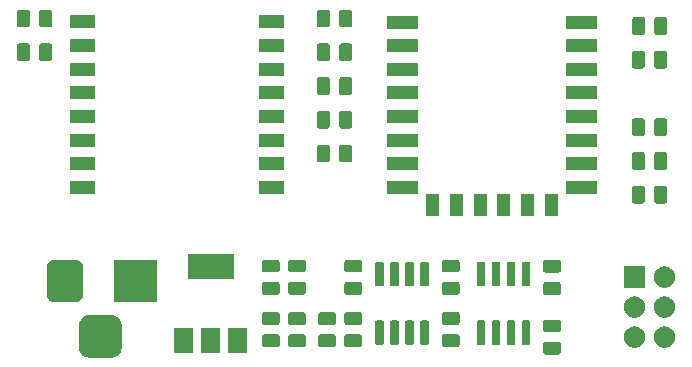
<source format=gts>
G04 #@! TF.GenerationSoftware,KiCad,Pcbnew,5.1.6-c6e7f7d~86~ubuntu19.10.1*
G04 #@! TF.CreationDate,2020-05-26T12:51:18-04:00*
G04 #@! TF.ProjectId,emmon,656d6d6f-6e2e-46b6-9963-61645f706362,rev?*
G04 #@! TF.SameCoordinates,Original*
G04 #@! TF.FileFunction,Soldermask,Top*
G04 #@! TF.FilePolarity,Negative*
%FSLAX46Y46*%
G04 Gerber Fmt 4.6, Leading zero omitted, Abs format (unit mm)*
G04 Created by KiCad (PCBNEW 5.1.6-c6e7f7d~86~ubuntu19.10.1) date 2020-05-26 12:51:18*
%MOMM*%
%LPD*%
G01*
G04 APERTURE LIST*
%ADD10C,0.100000*%
G04 APERTURE END LIST*
D10*
G36*
X100678866Y-113723195D02*
G01*
X100835960Y-113770849D01*
X100980731Y-113848231D01*
X101107628Y-113952372D01*
X101211769Y-114079269D01*
X101289151Y-114224040D01*
X101336805Y-114381134D01*
X101353500Y-114550640D01*
X101353500Y-116464360D01*
X101336805Y-116633866D01*
X101289151Y-116790960D01*
X101211769Y-116935731D01*
X101107628Y-117062628D01*
X100980731Y-117166769D01*
X100835960Y-117244151D01*
X100678866Y-117291805D01*
X100509360Y-117308500D01*
X98595640Y-117308500D01*
X98426134Y-117291805D01*
X98269040Y-117244151D01*
X98124269Y-117166769D01*
X97997372Y-117062628D01*
X97893231Y-116935731D01*
X97815849Y-116790960D01*
X97768195Y-116633866D01*
X97751500Y-116464360D01*
X97751500Y-114550640D01*
X97768195Y-114381134D01*
X97815849Y-114224040D01*
X97893231Y-114079269D01*
X97997372Y-113952372D01*
X98124269Y-113848231D01*
X98269040Y-113770849D01*
X98426134Y-113723195D01*
X98595640Y-113706500D01*
X100509360Y-113706500D01*
X100678866Y-113723195D01*
G37*
G36*
X138379468Y-115973565D02*
G01*
X138418138Y-115985296D01*
X138453777Y-116004346D01*
X138485017Y-116029983D01*
X138510654Y-116061223D01*
X138529704Y-116096862D01*
X138541435Y-116135532D01*
X138546000Y-116181888D01*
X138546000Y-116833112D01*
X138541435Y-116879468D01*
X138529704Y-116918138D01*
X138510654Y-116953777D01*
X138485017Y-116985017D01*
X138453777Y-117010654D01*
X138418138Y-117029704D01*
X138379468Y-117041435D01*
X138333112Y-117046000D01*
X137256888Y-117046000D01*
X137210532Y-117041435D01*
X137171862Y-117029704D01*
X137136223Y-117010654D01*
X137104983Y-116985017D01*
X137079346Y-116953777D01*
X137060296Y-116918138D01*
X137048565Y-116879468D01*
X137044000Y-116833112D01*
X137044000Y-116181888D01*
X137048565Y-116135532D01*
X137060296Y-116096862D01*
X137079346Y-116061223D01*
X137104983Y-116029983D01*
X137136223Y-116004346D01*
X137171862Y-115985296D01*
X137210532Y-115973565D01*
X137256888Y-115969000D01*
X138333112Y-115969000D01*
X138379468Y-115973565D01*
G37*
G36*
X109703500Y-116913500D02*
G01*
X108101500Y-116913500D01*
X108101500Y-114811500D01*
X109703500Y-114811500D01*
X109703500Y-116913500D01*
G37*
G36*
X107403500Y-116913500D02*
G01*
X105801500Y-116913500D01*
X105801500Y-114811500D01*
X107403500Y-114811500D01*
X107403500Y-116913500D01*
G37*
G36*
X112003500Y-116913500D02*
G01*
X110401500Y-116913500D01*
X110401500Y-114811500D01*
X112003500Y-114811500D01*
X112003500Y-116913500D01*
G37*
G36*
X147433512Y-114673927D02*
G01*
X147582812Y-114703624D01*
X147746784Y-114771544D01*
X147894354Y-114870147D01*
X148019853Y-114995646D01*
X148118456Y-115143216D01*
X148186376Y-115307188D01*
X148221000Y-115481259D01*
X148221000Y-115658741D01*
X148186376Y-115832812D01*
X148118456Y-115996784D01*
X148019853Y-116144354D01*
X147894354Y-116269853D01*
X147746784Y-116368456D01*
X147582812Y-116436376D01*
X147442123Y-116464360D01*
X147408742Y-116471000D01*
X147231258Y-116471000D01*
X147197877Y-116464360D01*
X147057188Y-116436376D01*
X146893216Y-116368456D01*
X146745646Y-116269853D01*
X146620147Y-116144354D01*
X146521544Y-115996784D01*
X146453624Y-115832812D01*
X146419000Y-115658741D01*
X146419000Y-115481259D01*
X146453624Y-115307188D01*
X146521544Y-115143216D01*
X146620147Y-114995646D01*
X146745646Y-114870147D01*
X146893216Y-114771544D01*
X147057188Y-114703624D01*
X147206488Y-114673927D01*
X147231258Y-114669000D01*
X147408742Y-114669000D01*
X147433512Y-114673927D01*
G37*
G36*
X144893512Y-114673927D02*
G01*
X145042812Y-114703624D01*
X145206784Y-114771544D01*
X145354354Y-114870147D01*
X145479853Y-114995646D01*
X145578456Y-115143216D01*
X145646376Y-115307188D01*
X145681000Y-115481259D01*
X145681000Y-115658741D01*
X145646376Y-115832812D01*
X145578456Y-115996784D01*
X145479853Y-116144354D01*
X145354354Y-116269853D01*
X145206784Y-116368456D01*
X145042812Y-116436376D01*
X144902123Y-116464360D01*
X144868742Y-116471000D01*
X144691258Y-116471000D01*
X144657877Y-116464360D01*
X144517188Y-116436376D01*
X144353216Y-116368456D01*
X144205646Y-116269853D01*
X144080147Y-116144354D01*
X143981544Y-115996784D01*
X143913624Y-115832812D01*
X143879000Y-115658741D01*
X143879000Y-115481259D01*
X143913624Y-115307188D01*
X143981544Y-115143216D01*
X144080147Y-114995646D01*
X144205646Y-114870147D01*
X144353216Y-114771544D01*
X144517188Y-114703624D01*
X144666488Y-114673927D01*
X144691258Y-114669000D01*
X144868742Y-114669000D01*
X144893512Y-114673927D01*
G37*
G36*
X119329468Y-115338565D02*
G01*
X119368138Y-115350296D01*
X119403777Y-115369346D01*
X119435017Y-115394983D01*
X119460654Y-115426223D01*
X119479704Y-115461862D01*
X119491435Y-115500532D01*
X119496000Y-115546888D01*
X119496000Y-116198112D01*
X119491435Y-116244468D01*
X119479704Y-116283138D01*
X119460654Y-116318777D01*
X119435017Y-116350017D01*
X119403777Y-116375654D01*
X119368138Y-116394704D01*
X119329468Y-116406435D01*
X119283112Y-116411000D01*
X118206888Y-116411000D01*
X118160532Y-116406435D01*
X118121862Y-116394704D01*
X118086223Y-116375654D01*
X118054983Y-116350017D01*
X118029346Y-116318777D01*
X118010296Y-116283138D01*
X117998565Y-116244468D01*
X117994000Y-116198112D01*
X117994000Y-115546888D01*
X117998565Y-115500532D01*
X118010296Y-115461862D01*
X118029346Y-115426223D01*
X118054983Y-115394983D01*
X118086223Y-115369346D01*
X118121862Y-115350296D01*
X118160532Y-115338565D01*
X118206888Y-115334000D01*
X119283112Y-115334000D01*
X119329468Y-115338565D01*
G37*
G36*
X116789468Y-115338565D02*
G01*
X116828138Y-115350296D01*
X116863777Y-115369346D01*
X116895017Y-115394983D01*
X116920654Y-115426223D01*
X116939704Y-115461862D01*
X116951435Y-115500532D01*
X116956000Y-115546888D01*
X116956000Y-116198112D01*
X116951435Y-116244468D01*
X116939704Y-116283138D01*
X116920654Y-116318777D01*
X116895017Y-116350017D01*
X116863777Y-116375654D01*
X116828138Y-116394704D01*
X116789468Y-116406435D01*
X116743112Y-116411000D01*
X115666888Y-116411000D01*
X115620532Y-116406435D01*
X115581862Y-116394704D01*
X115546223Y-116375654D01*
X115514983Y-116350017D01*
X115489346Y-116318777D01*
X115470296Y-116283138D01*
X115458565Y-116244468D01*
X115454000Y-116198112D01*
X115454000Y-115546888D01*
X115458565Y-115500532D01*
X115470296Y-115461862D01*
X115489346Y-115426223D01*
X115514983Y-115394983D01*
X115546223Y-115369346D01*
X115581862Y-115350296D01*
X115620532Y-115338565D01*
X115666888Y-115334000D01*
X116743112Y-115334000D01*
X116789468Y-115338565D01*
G37*
G36*
X114566968Y-115338565D02*
G01*
X114605638Y-115350296D01*
X114641277Y-115369346D01*
X114672517Y-115394983D01*
X114698154Y-115426223D01*
X114717204Y-115461862D01*
X114728935Y-115500532D01*
X114733500Y-115546888D01*
X114733500Y-116198112D01*
X114728935Y-116244468D01*
X114717204Y-116283138D01*
X114698154Y-116318777D01*
X114672517Y-116350017D01*
X114641277Y-116375654D01*
X114605638Y-116394704D01*
X114566968Y-116406435D01*
X114520612Y-116411000D01*
X113444388Y-116411000D01*
X113398032Y-116406435D01*
X113359362Y-116394704D01*
X113323723Y-116375654D01*
X113292483Y-116350017D01*
X113266846Y-116318777D01*
X113247796Y-116283138D01*
X113236065Y-116244468D01*
X113231500Y-116198112D01*
X113231500Y-115546888D01*
X113236065Y-115500532D01*
X113247796Y-115461862D01*
X113266846Y-115426223D01*
X113292483Y-115394983D01*
X113323723Y-115369346D01*
X113359362Y-115350296D01*
X113398032Y-115338565D01*
X113444388Y-115334000D01*
X114520612Y-115334000D01*
X114566968Y-115338565D01*
G37*
G36*
X121551968Y-115338565D02*
G01*
X121590638Y-115350296D01*
X121626277Y-115369346D01*
X121657517Y-115394983D01*
X121683154Y-115426223D01*
X121702204Y-115461862D01*
X121713935Y-115500532D01*
X121718500Y-115546888D01*
X121718500Y-116198112D01*
X121713935Y-116244468D01*
X121702204Y-116283138D01*
X121683154Y-116318777D01*
X121657517Y-116350017D01*
X121626277Y-116375654D01*
X121590638Y-116394704D01*
X121551968Y-116406435D01*
X121505612Y-116411000D01*
X120429388Y-116411000D01*
X120383032Y-116406435D01*
X120344362Y-116394704D01*
X120308723Y-116375654D01*
X120277483Y-116350017D01*
X120251846Y-116318777D01*
X120232796Y-116283138D01*
X120221065Y-116244468D01*
X120216500Y-116198112D01*
X120216500Y-115546888D01*
X120221065Y-115500532D01*
X120232796Y-115461862D01*
X120251846Y-115426223D01*
X120277483Y-115394983D01*
X120308723Y-115369346D01*
X120344362Y-115350296D01*
X120383032Y-115338565D01*
X120429388Y-115334000D01*
X121505612Y-115334000D01*
X121551968Y-115338565D01*
G37*
G36*
X129806968Y-115323565D02*
G01*
X129845638Y-115335296D01*
X129881277Y-115354346D01*
X129912517Y-115379983D01*
X129938154Y-115411223D01*
X129957204Y-115446862D01*
X129968935Y-115485532D01*
X129973500Y-115531888D01*
X129973500Y-116183112D01*
X129968935Y-116229468D01*
X129957204Y-116268138D01*
X129938154Y-116303777D01*
X129912517Y-116335017D01*
X129881277Y-116360654D01*
X129845638Y-116379704D01*
X129806968Y-116391435D01*
X129760612Y-116396000D01*
X128684388Y-116396000D01*
X128638032Y-116391435D01*
X128599362Y-116379704D01*
X128563723Y-116360654D01*
X128532483Y-116335017D01*
X128506846Y-116303777D01*
X128487796Y-116268138D01*
X128476065Y-116229468D01*
X128471500Y-116183112D01*
X128471500Y-115531888D01*
X128476065Y-115485532D01*
X128487796Y-115446862D01*
X128506846Y-115411223D01*
X128532483Y-115379983D01*
X128563723Y-115354346D01*
X128599362Y-115335296D01*
X128638032Y-115323565D01*
X128684388Y-115319000D01*
X129760612Y-115319000D01*
X129806968Y-115323565D01*
G37*
G36*
X132022428Y-114164264D02*
G01*
X132043509Y-114170660D01*
X132062945Y-114181048D01*
X132079976Y-114195024D01*
X132093952Y-114212055D01*
X132104340Y-114231491D01*
X132110736Y-114252572D01*
X132113500Y-114280640D01*
X132113500Y-116094360D01*
X132110736Y-116122428D01*
X132104340Y-116143509D01*
X132093952Y-116162945D01*
X132079976Y-116179976D01*
X132062945Y-116193952D01*
X132043509Y-116204340D01*
X132022428Y-116210736D01*
X131994360Y-116213500D01*
X131530640Y-116213500D01*
X131502572Y-116210736D01*
X131481491Y-116204340D01*
X131462055Y-116193952D01*
X131445024Y-116179976D01*
X131431048Y-116162945D01*
X131420660Y-116143509D01*
X131414264Y-116122428D01*
X131411500Y-116094360D01*
X131411500Y-114280640D01*
X131414264Y-114252572D01*
X131420660Y-114231491D01*
X131431048Y-114212055D01*
X131445024Y-114195024D01*
X131462055Y-114181048D01*
X131481491Y-114170660D01*
X131502572Y-114164264D01*
X131530640Y-114161500D01*
X131994360Y-114161500D01*
X132022428Y-114164264D01*
G37*
G36*
X127259928Y-114164264D02*
G01*
X127281009Y-114170660D01*
X127300445Y-114181048D01*
X127317476Y-114195024D01*
X127331452Y-114212055D01*
X127341840Y-114231491D01*
X127348236Y-114252572D01*
X127351000Y-114280640D01*
X127351000Y-116094360D01*
X127348236Y-116122428D01*
X127341840Y-116143509D01*
X127331452Y-116162945D01*
X127317476Y-116179976D01*
X127300445Y-116193952D01*
X127281009Y-116204340D01*
X127259928Y-116210736D01*
X127231860Y-116213500D01*
X126768140Y-116213500D01*
X126740072Y-116210736D01*
X126718991Y-116204340D01*
X126699555Y-116193952D01*
X126682524Y-116179976D01*
X126668548Y-116162945D01*
X126658160Y-116143509D01*
X126651764Y-116122428D01*
X126649000Y-116094360D01*
X126649000Y-114280640D01*
X126651764Y-114252572D01*
X126658160Y-114231491D01*
X126668548Y-114212055D01*
X126682524Y-114195024D01*
X126699555Y-114181048D01*
X126718991Y-114170660D01*
X126740072Y-114164264D01*
X126768140Y-114161500D01*
X127231860Y-114161500D01*
X127259928Y-114164264D01*
G37*
G36*
X125989928Y-114164264D02*
G01*
X126011009Y-114170660D01*
X126030445Y-114181048D01*
X126047476Y-114195024D01*
X126061452Y-114212055D01*
X126071840Y-114231491D01*
X126078236Y-114252572D01*
X126081000Y-114280640D01*
X126081000Y-116094360D01*
X126078236Y-116122428D01*
X126071840Y-116143509D01*
X126061452Y-116162945D01*
X126047476Y-116179976D01*
X126030445Y-116193952D01*
X126011009Y-116204340D01*
X125989928Y-116210736D01*
X125961860Y-116213500D01*
X125498140Y-116213500D01*
X125470072Y-116210736D01*
X125448991Y-116204340D01*
X125429555Y-116193952D01*
X125412524Y-116179976D01*
X125398548Y-116162945D01*
X125388160Y-116143509D01*
X125381764Y-116122428D01*
X125379000Y-116094360D01*
X125379000Y-114280640D01*
X125381764Y-114252572D01*
X125388160Y-114231491D01*
X125398548Y-114212055D01*
X125412524Y-114195024D01*
X125429555Y-114181048D01*
X125448991Y-114170660D01*
X125470072Y-114164264D01*
X125498140Y-114161500D01*
X125961860Y-114161500D01*
X125989928Y-114164264D01*
G37*
G36*
X124719928Y-114164264D02*
G01*
X124741009Y-114170660D01*
X124760445Y-114181048D01*
X124777476Y-114195024D01*
X124791452Y-114212055D01*
X124801840Y-114231491D01*
X124808236Y-114252572D01*
X124811000Y-114280640D01*
X124811000Y-116094360D01*
X124808236Y-116122428D01*
X124801840Y-116143509D01*
X124791452Y-116162945D01*
X124777476Y-116179976D01*
X124760445Y-116193952D01*
X124741009Y-116204340D01*
X124719928Y-116210736D01*
X124691860Y-116213500D01*
X124228140Y-116213500D01*
X124200072Y-116210736D01*
X124178991Y-116204340D01*
X124159555Y-116193952D01*
X124142524Y-116179976D01*
X124128548Y-116162945D01*
X124118160Y-116143509D01*
X124111764Y-116122428D01*
X124109000Y-116094360D01*
X124109000Y-114280640D01*
X124111764Y-114252572D01*
X124118160Y-114231491D01*
X124128548Y-114212055D01*
X124142524Y-114195024D01*
X124159555Y-114181048D01*
X124178991Y-114170660D01*
X124200072Y-114164264D01*
X124228140Y-114161500D01*
X124691860Y-114161500D01*
X124719928Y-114164264D01*
G37*
G36*
X123449928Y-114164264D02*
G01*
X123471009Y-114170660D01*
X123490445Y-114181048D01*
X123507476Y-114195024D01*
X123521452Y-114212055D01*
X123531840Y-114231491D01*
X123538236Y-114252572D01*
X123541000Y-114280640D01*
X123541000Y-116094360D01*
X123538236Y-116122428D01*
X123531840Y-116143509D01*
X123521452Y-116162945D01*
X123507476Y-116179976D01*
X123490445Y-116193952D01*
X123471009Y-116204340D01*
X123449928Y-116210736D01*
X123421860Y-116213500D01*
X122958140Y-116213500D01*
X122930072Y-116210736D01*
X122908991Y-116204340D01*
X122889555Y-116193952D01*
X122872524Y-116179976D01*
X122858548Y-116162945D01*
X122848160Y-116143509D01*
X122841764Y-116122428D01*
X122839000Y-116094360D01*
X122839000Y-114280640D01*
X122841764Y-114252572D01*
X122848160Y-114231491D01*
X122858548Y-114212055D01*
X122872524Y-114195024D01*
X122889555Y-114181048D01*
X122908991Y-114170660D01*
X122930072Y-114164264D01*
X122958140Y-114161500D01*
X123421860Y-114161500D01*
X123449928Y-114164264D01*
G37*
G36*
X135832428Y-114164264D02*
G01*
X135853509Y-114170660D01*
X135872945Y-114181048D01*
X135889976Y-114195024D01*
X135903952Y-114212055D01*
X135914340Y-114231491D01*
X135920736Y-114252572D01*
X135923500Y-114280640D01*
X135923500Y-116094360D01*
X135920736Y-116122428D01*
X135914340Y-116143509D01*
X135903952Y-116162945D01*
X135889976Y-116179976D01*
X135872945Y-116193952D01*
X135853509Y-116204340D01*
X135832428Y-116210736D01*
X135804360Y-116213500D01*
X135340640Y-116213500D01*
X135312572Y-116210736D01*
X135291491Y-116204340D01*
X135272055Y-116193952D01*
X135255024Y-116179976D01*
X135241048Y-116162945D01*
X135230660Y-116143509D01*
X135224264Y-116122428D01*
X135221500Y-116094360D01*
X135221500Y-114280640D01*
X135224264Y-114252572D01*
X135230660Y-114231491D01*
X135241048Y-114212055D01*
X135255024Y-114195024D01*
X135272055Y-114181048D01*
X135291491Y-114170660D01*
X135312572Y-114164264D01*
X135340640Y-114161500D01*
X135804360Y-114161500D01*
X135832428Y-114164264D01*
G37*
G36*
X133292428Y-114164264D02*
G01*
X133313509Y-114170660D01*
X133332945Y-114181048D01*
X133349976Y-114195024D01*
X133363952Y-114212055D01*
X133374340Y-114231491D01*
X133380736Y-114252572D01*
X133383500Y-114280640D01*
X133383500Y-116094360D01*
X133380736Y-116122428D01*
X133374340Y-116143509D01*
X133363952Y-116162945D01*
X133349976Y-116179976D01*
X133332945Y-116193952D01*
X133313509Y-116204340D01*
X133292428Y-116210736D01*
X133264360Y-116213500D01*
X132800640Y-116213500D01*
X132772572Y-116210736D01*
X132751491Y-116204340D01*
X132732055Y-116193952D01*
X132715024Y-116179976D01*
X132701048Y-116162945D01*
X132690660Y-116143509D01*
X132684264Y-116122428D01*
X132681500Y-116094360D01*
X132681500Y-114280640D01*
X132684264Y-114252572D01*
X132690660Y-114231491D01*
X132701048Y-114212055D01*
X132715024Y-114195024D01*
X132732055Y-114181048D01*
X132751491Y-114170660D01*
X132772572Y-114164264D01*
X132800640Y-114161500D01*
X133264360Y-114161500D01*
X133292428Y-114164264D01*
G37*
G36*
X134562428Y-114164264D02*
G01*
X134583509Y-114170660D01*
X134602945Y-114181048D01*
X134619976Y-114195024D01*
X134633952Y-114212055D01*
X134644340Y-114231491D01*
X134650736Y-114252572D01*
X134653500Y-114280640D01*
X134653500Y-116094360D01*
X134650736Y-116122428D01*
X134644340Y-116143509D01*
X134633952Y-116162945D01*
X134619976Y-116179976D01*
X134602945Y-116193952D01*
X134583509Y-116204340D01*
X134562428Y-116210736D01*
X134534360Y-116213500D01*
X134070640Y-116213500D01*
X134042572Y-116210736D01*
X134021491Y-116204340D01*
X134002055Y-116193952D01*
X133985024Y-116179976D01*
X133971048Y-116162945D01*
X133960660Y-116143509D01*
X133954264Y-116122428D01*
X133951500Y-116094360D01*
X133951500Y-114280640D01*
X133954264Y-114252572D01*
X133960660Y-114231491D01*
X133971048Y-114212055D01*
X133985024Y-114195024D01*
X134002055Y-114181048D01*
X134021491Y-114170660D01*
X134042572Y-114164264D01*
X134070640Y-114161500D01*
X134534360Y-114161500D01*
X134562428Y-114164264D01*
G37*
G36*
X138379468Y-114098565D02*
G01*
X138418138Y-114110296D01*
X138453777Y-114129346D01*
X138485017Y-114154983D01*
X138510654Y-114186223D01*
X138529704Y-114221862D01*
X138541435Y-114260532D01*
X138546000Y-114306888D01*
X138546000Y-114958112D01*
X138541435Y-115004468D01*
X138529704Y-115043138D01*
X138510654Y-115078777D01*
X138485017Y-115110017D01*
X138453777Y-115135654D01*
X138418138Y-115154704D01*
X138379468Y-115166435D01*
X138333112Y-115171000D01*
X137256888Y-115171000D01*
X137210532Y-115166435D01*
X137171862Y-115154704D01*
X137136223Y-115135654D01*
X137104983Y-115110017D01*
X137079346Y-115078777D01*
X137060296Y-115043138D01*
X137048565Y-115004468D01*
X137044000Y-114958112D01*
X137044000Y-114306888D01*
X137048565Y-114260532D01*
X137060296Y-114221862D01*
X137079346Y-114186223D01*
X137104983Y-114154983D01*
X137136223Y-114129346D01*
X137171862Y-114110296D01*
X137210532Y-114098565D01*
X137256888Y-114094000D01*
X138333112Y-114094000D01*
X138379468Y-114098565D01*
G37*
G36*
X114566968Y-113463565D02*
G01*
X114605638Y-113475296D01*
X114641277Y-113494346D01*
X114672517Y-113519983D01*
X114698154Y-113551223D01*
X114717204Y-113586862D01*
X114728935Y-113625532D01*
X114733500Y-113671888D01*
X114733500Y-114323112D01*
X114728935Y-114369468D01*
X114717204Y-114408138D01*
X114698154Y-114443777D01*
X114672517Y-114475017D01*
X114641277Y-114500654D01*
X114605638Y-114519704D01*
X114566968Y-114531435D01*
X114520612Y-114536000D01*
X113444388Y-114536000D01*
X113398032Y-114531435D01*
X113359362Y-114519704D01*
X113323723Y-114500654D01*
X113292483Y-114475017D01*
X113266846Y-114443777D01*
X113247796Y-114408138D01*
X113236065Y-114369468D01*
X113231500Y-114323112D01*
X113231500Y-113671888D01*
X113236065Y-113625532D01*
X113247796Y-113586862D01*
X113266846Y-113551223D01*
X113292483Y-113519983D01*
X113323723Y-113494346D01*
X113359362Y-113475296D01*
X113398032Y-113463565D01*
X113444388Y-113459000D01*
X114520612Y-113459000D01*
X114566968Y-113463565D01*
G37*
G36*
X116789468Y-113463565D02*
G01*
X116828138Y-113475296D01*
X116863777Y-113494346D01*
X116895017Y-113519983D01*
X116920654Y-113551223D01*
X116939704Y-113586862D01*
X116951435Y-113625532D01*
X116956000Y-113671888D01*
X116956000Y-114323112D01*
X116951435Y-114369468D01*
X116939704Y-114408138D01*
X116920654Y-114443777D01*
X116895017Y-114475017D01*
X116863777Y-114500654D01*
X116828138Y-114519704D01*
X116789468Y-114531435D01*
X116743112Y-114536000D01*
X115666888Y-114536000D01*
X115620532Y-114531435D01*
X115581862Y-114519704D01*
X115546223Y-114500654D01*
X115514983Y-114475017D01*
X115489346Y-114443777D01*
X115470296Y-114408138D01*
X115458565Y-114369468D01*
X115454000Y-114323112D01*
X115454000Y-113671888D01*
X115458565Y-113625532D01*
X115470296Y-113586862D01*
X115489346Y-113551223D01*
X115514983Y-113519983D01*
X115546223Y-113494346D01*
X115581862Y-113475296D01*
X115620532Y-113463565D01*
X115666888Y-113459000D01*
X116743112Y-113459000D01*
X116789468Y-113463565D01*
G37*
G36*
X119329468Y-113463565D02*
G01*
X119368138Y-113475296D01*
X119403777Y-113494346D01*
X119435017Y-113519983D01*
X119460654Y-113551223D01*
X119479704Y-113586862D01*
X119491435Y-113625532D01*
X119496000Y-113671888D01*
X119496000Y-114323112D01*
X119491435Y-114369468D01*
X119479704Y-114408138D01*
X119460654Y-114443777D01*
X119435017Y-114475017D01*
X119403777Y-114500654D01*
X119368138Y-114519704D01*
X119329468Y-114531435D01*
X119283112Y-114536000D01*
X118206888Y-114536000D01*
X118160532Y-114531435D01*
X118121862Y-114519704D01*
X118086223Y-114500654D01*
X118054983Y-114475017D01*
X118029346Y-114443777D01*
X118010296Y-114408138D01*
X117998565Y-114369468D01*
X117994000Y-114323112D01*
X117994000Y-113671888D01*
X117998565Y-113625532D01*
X118010296Y-113586862D01*
X118029346Y-113551223D01*
X118054983Y-113519983D01*
X118086223Y-113494346D01*
X118121862Y-113475296D01*
X118160532Y-113463565D01*
X118206888Y-113459000D01*
X119283112Y-113459000D01*
X119329468Y-113463565D01*
G37*
G36*
X121551968Y-113463565D02*
G01*
X121590638Y-113475296D01*
X121626277Y-113494346D01*
X121657517Y-113519983D01*
X121683154Y-113551223D01*
X121702204Y-113586862D01*
X121713935Y-113625532D01*
X121718500Y-113671888D01*
X121718500Y-114323112D01*
X121713935Y-114369468D01*
X121702204Y-114408138D01*
X121683154Y-114443777D01*
X121657517Y-114475017D01*
X121626277Y-114500654D01*
X121590638Y-114519704D01*
X121551968Y-114531435D01*
X121505612Y-114536000D01*
X120429388Y-114536000D01*
X120383032Y-114531435D01*
X120344362Y-114519704D01*
X120308723Y-114500654D01*
X120277483Y-114475017D01*
X120251846Y-114443777D01*
X120232796Y-114408138D01*
X120221065Y-114369468D01*
X120216500Y-114323112D01*
X120216500Y-113671888D01*
X120221065Y-113625532D01*
X120232796Y-113586862D01*
X120251846Y-113551223D01*
X120277483Y-113519983D01*
X120308723Y-113494346D01*
X120344362Y-113475296D01*
X120383032Y-113463565D01*
X120429388Y-113459000D01*
X121505612Y-113459000D01*
X121551968Y-113463565D01*
G37*
G36*
X129806968Y-113448565D02*
G01*
X129845638Y-113460296D01*
X129881277Y-113479346D01*
X129912517Y-113504983D01*
X129938154Y-113536223D01*
X129957204Y-113571862D01*
X129968935Y-113610532D01*
X129973500Y-113656888D01*
X129973500Y-114308112D01*
X129968935Y-114354468D01*
X129957204Y-114393138D01*
X129938154Y-114428777D01*
X129912517Y-114460017D01*
X129881277Y-114485654D01*
X129845638Y-114504704D01*
X129806968Y-114516435D01*
X129760612Y-114521000D01*
X128684388Y-114521000D01*
X128638032Y-114516435D01*
X128599362Y-114504704D01*
X128563723Y-114485654D01*
X128532483Y-114460017D01*
X128506846Y-114428777D01*
X128487796Y-114393138D01*
X128476065Y-114354468D01*
X128471500Y-114308112D01*
X128471500Y-113656888D01*
X128476065Y-113610532D01*
X128487796Y-113571862D01*
X128506846Y-113536223D01*
X128532483Y-113504983D01*
X128563723Y-113479346D01*
X128599362Y-113460296D01*
X128638032Y-113448565D01*
X128684388Y-113444000D01*
X129760612Y-113444000D01*
X129806968Y-113448565D01*
G37*
G36*
X144893512Y-112133927D02*
G01*
X145042812Y-112163624D01*
X145206784Y-112231544D01*
X145354354Y-112330147D01*
X145479853Y-112455646D01*
X145578456Y-112603216D01*
X145646376Y-112767188D01*
X145681000Y-112941259D01*
X145681000Y-113118741D01*
X145646376Y-113292812D01*
X145578456Y-113456784D01*
X145479853Y-113604354D01*
X145354354Y-113729853D01*
X145206784Y-113828456D01*
X145042812Y-113896376D01*
X144893512Y-113926073D01*
X144868742Y-113931000D01*
X144691258Y-113931000D01*
X144666488Y-113926073D01*
X144517188Y-113896376D01*
X144353216Y-113828456D01*
X144205646Y-113729853D01*
X144080147Y-113604354D01*
X143981544Y-113456784D01*
X143913624Y-113292812D01*
X143879000Y-113118741D01*
X143879000Y-112941259D01*
X143913624Y-112767188D01*
X143981544Y-112603216D01*
X144080147Y-112455646D01*
X144205646Y-112330147D01*
X144353216Y-112231544D01*
X144517188Y-112163624D01*
X144666488Y-112133927D01*
X144691258Y-112129000D01*
X144868742Y-112129000D01*
X144893512Y-112133927D01*
G37*
G36*
X147433512Y-112133927D02*
G01*
X147582812Y-112163624D01*
X147746784Y-112231544D01*
X147894354Y-112330147D01*
X148019853Y-112455646D01*
X148118456Y-112603216D01*
X148186376Y-112767188D01*
X148221000Y-112941259D01*
X148221000Y-113118741D01*
X148186376Y-113292812D01*
X148118456Y-113456784D01*
X148019853Y-113604354D01*
X147894354Y-113729853D01*
X147746784Y-113828456D01*
X147582812Y-113896376D01*
X147433512Y-113926073D01*
X147408742Y-113931000D01*
X147231258Y-113931000D01*
X147206488Y-113926073D01*
X147057188Y-113896376D01*
X146893216Y-113828456D01*
X146745646Y-113729853D01*
X146620147Y-113604354D01*
X146521544Y-113456784D01*
X146453624Y-113292812D01*
X146419000Y-113118741D01*
X146419000Y-112941259D01*
X146453624Y-112767188D01*
X146521544Y-112603216D01*
X146620147Y-112455646D01*
X146745646Y-112330147D01*
X146893216Y-112231544D01*
X147057188Y-112163624D01*
X147206488Y-112133927D01*
X147231258Y-112129000D01*
X147408742Y-112129000D01*
X147433512Y-112133927D01*
G37*
G36*
X104353500Y-112608500D02*
G01*
X100751500Y-112608500D01*
X100751500Y-109006500D01*
X104353500Y-109006500D01*
X104353500Y-112608500D01*
G37*
G36*
X97529479Y-109020793D02*
G01*
X97663125Y-109061334D01*
X97786284Y-109127164D01*
X97894240Y-109215760D01*
X97982836Y-109323716D01*
X98048666Y-109446875D01*
X98089207Y-109580521D01*
X98103500Y-109725640D01*
X98103500Y-111889360D01*
X98089207Y-112034479D01*
X98048666Y-112168125D01*
X97982836Y-112291284D01*
X97894240Y-112399240D01*
X97786284Y-112487836D01*
X97663125Y-112553666D01*
X97529479Y-112594207D01*
X97384360Y-112608500D01*
X95720640Y-112608500D01*
X95575521Y-112594207D01*
X95441875Y-112553666D01*
X95318716Y-112487836D01*
X95210760Y-112399240D01*
X95122164Y-112291284D01*
X95056334Y-112168125D01*
X95015793Y-112034479D01*
X95001500Y-111889360D01*
X95001500Y-109725640D01*
X95015793Y-109580521D01*
X95056334Y-109446875D01*
X95122164Y-109323716D01*
X95210760Y-109215760D01*
X95318716Y-109127164D01*
X95441875Y-109061334D01*
X95575521Y-109020793D01*
X95720640Y-109006500D01*
X97384360Y-109006500D01*
X97529479Y-109020793D01*
G37*
G36*
X138379468Y-110908565D02*
G01*
X138418138Y-110920296D01*
X138453777Y-110939346D01*
X138485017Y-110964983D01*
X138510654Y-110996223D01*
X138529704Y-111031862D01*
X138541435Y-111070532D01*
X138546000Y-111116888D01*
X138546000Y-111768112D01*
X138541435Y-111814468D01*
X138529704Y-111853138D01*
X138510654Y-111888777D01*
X138485017Y-111920017D01*
X138453777Y-111945654D01*
X138418138Y-111964704D01*
X138379468Y-111976435D01*
X138333112Y-111981000D01*
X137256888Y-111981000D01*
X137210532Y-111976435D01*
X137171862Y-111964704D01*
X137136223Y-111945654D01*
X137104983Y-111920017D01*
X137079346Y-111888777D01*
X137060296Y-111853138D01*
X137048565Y-111814468D01*
X137044000Y-111768112D01*
X137044000Y-111116888D01*
X137048565Y-111070532D01*
X137060296Y-111031862D01*
X137079346Y-110996223D01*
X137104983Y-110964983D01*
X137136223Y-110939346D01*
X137171862Y-110920296D01*
X137210532Y-110908565D01*
X137256888Y-110904000D01*
X138333112Y-110904000D01*
X138379468Y-110908565D01*
G37*
G36*
X129806968Y-110893565D02*
G01*
X129845638Y-110905296D01*
X129881277Y-110924346D01*
X129912517Y-110949983D01*
X129938154Y-110981223D01*
X129957204Y-111016862D01*
X129968935Y-111055532D01*
X129973500Y-111101888D01*
X129973500Y-111753112D01*
X129968935Y-111799468D01*
X129957204Y-111838138D01*
X129938154Y-111873777D01*
X129912517Y-111905017D01*
X129881277Y-111930654D01*
X129845638Y-111949704D01*
X129806968Y-111961435D01*
X129760612Y-111966000D01*
X128684388Y-111966000D01*
X128638032Y-111961435D01*
X128599362Y-111949704D01*
X128563723Y-111930654D01*
X128532483Y-111905017D01*
X128506846Y-111873777D01*
X128487796Y-111838138D01*
X128476065Y-111799468D01*
X128471500Y-111753112D01*
X128471500Y-111101888D01*
X128476065Y-111055532D01*
X128487796Y-111016862D01*
X128506846Y-110981223D01*
X128532483Y-110949983D01*
X128563723Y-110924346D01*
X128599362Y-110905296D01*
X128638032Y-110893565D01*
X128684388Y-110889000D01*
X129760612Y-110889000D01*
X129806968Y-110893565D01*
G37*
G36*
X114566968Y-110893565D02*
G01*
X114605638Y-110905296D01*
X114641277Y-110924346D01*
X114672517Y-110949983D01*
X114698154Y-110981223D01*
X114717204Y-111016862D01*
X114728935Y-111055532D01*
X114733500Y-111101888D01*
X114733500Y-111753112D01*
X114728935Y-111799468D01*
X114717204Y-111838138D01*
X114698154Y-111873777D01*
X114672517Y-111905017D01*
X114641277Y-111930654D01*
X114605638Y-111949704D01*
X114566968Y-111961435D01*
X114520612Y-111966000D01*
X113444388Y-111966000D01*
X113398032Y-111961435D01*
X113359362Y-111949704D01*
X113323723Y-111930654D01*
X113292483Y-111905017D01*
X113266846Y-111873777D01*
X113247796Y-111838138D01*
X113236065Y-111799468D01*
X113231500Y-111753112D01*
X113231500Y-111101888D01*
X113236065Y-111055532D01*
X113247796Y-111016862D01*
X113266846Y-110981223D01*
X113292483Y-110949983D01*
X113323723Y-110924346D01*
X113359362Y-110905296D01*
X113398032Y-110893565D01*
X113444388Y-110889000D01*
X114520612Y-110889000D01*
X114566968Y-110893565D01*
G37*
G36*
X121551968Y-110893565D02*
G01*
X121590638Y-110905296D01*
X121626277Y-110924346D01*
X121657517Y-110949983D01*
X121683154Y-110981223D01*
X121702204Y-111016862D01*
X121713935Y-111055532D01*
X121718500Y-111101888D01*
X121718500Y-111753112D01*
X121713935Y-111799468D01*
X121702204Y-111838138D01*
X121683154Y-111873777D01*
X121657517Y-111905017D01*
X121626277Y-111930654D01*
X121590638Y-111949704D01*
X121551968Y-111961435D01*
X121505612Y-111966000D01*
X120429388Y-111966000D01*
X120383032Y-111961435D01*
X120344362Y-111949704D01*
X120308723Y-111930654D01*
X120277483Y-111905017D01*
X120251846Y-111873777D01*
X120232796Y-111838138D01*
X120221065Y-111799468D01*
X120216500Y-111753112D01*
X120216500Y-111101888D01*
X120221065Y-111055532D01*
X120232796Y-111016862D01*
X120251846Y-110981223D01*
X120277483Y-110949983D01*
X120308723Y-110924346D01*
X120344362Y-110905296D01*
X120383032Y-110893565D01*
X120429388Y-110889000D01*
X121505612Y-110889000D01*
X121551968Y-110893565D01*
G37*
G36*
X116789468Y-110893565D02*
G01*
X116828138Y-110905296D01*
X116863777Y-110924346D01*
X116895017Y-110949983D01*
X116920654Y-110981223D01*
X116939704Y-111016862D01*
X116951435Y-111055532D01*
X116956000Y-111101888D01*
X116956000Y-111753112D01*
X116951435Y-111799468D01*
X116939704Y-111838138D01*
X116920654Y-111873777D01*
X116895017Y-111905017D01*
X116863777Y-111930654D01*
X116828138Y-111949704D01*
X116789468Y-111961435D01*
X116743112Y-111966000D01*
X115666888Y-111966000D01*
X115620532Y-111961435D01*
X115581862Y-111949704D01*
X115546223Y-111930654D01*
X115514983Y-111905017D01*
X115489346Y-111873777D01*
X115470296Y-111838138D01*
X115458565Y-111799468D01*
X115454000Y-111753112D01*
X115454000Y-111101888D01*
X115458565Y-111055532D01*
X115470296Y-111016862D01*
X115489346Y-110981223D01*
X115514983Y-110949983D01*
X115546223Y-110924346D01*
X115581862Y-110905296D01*
X115620532Y-110893565D01*
X115666888Y-110889000D01*
X116743112Y-110889000D01*
X116789468Y-110893565D01*
G37*
G36*
X145681000Y-111391000D02*
G01*
X143879000Y-111391000D01*
X143879000Y-109589000D01*
X145681000Y-109589000D01*
X145681000Y-111391000D01*
G37*
G36*
X147433512Y-109593927D02*
G01*
X147582812Y-109623624D01*
X147746784Y-109691544D01*
X147894354Y-109790147D01*
X148019853Y-109915646D01*
X148118456Y-110063216D01*
X148186376Y-110227188D01*
X148221000Y-110401259D01*
X148221000Y-110578741D01*
X148186376Y-110752812D01*
X148118456Y-110916784D01*
X148019853Y-111064354D01*
X147894354Y-111189853D01*
X147746784Y-111288456D01*
X147582812Y-111356376D01*
X147433512Y-111386073D01*
X147408742Y-111391000D01*
X147231258Y-111391000D01*
X147206488Y-111386073D01*
X147057188Y-111356376D01*
X146893216Y-111288456D01*
X146745646Y-111189853D01*
X146620147Y-111064354D01*
X146521544Y-110916784D01*
X146453624Y-110752812D01*
X146419000Y-110578741D01*
X146419000Y-110401259D01*
X146453624Y-110227188D01*
X146521544Y-110063216D01*
X146620147Y-109915646D01*
X146745646Y-109790147D01*
X146893216Y-109691544D01*
X147057188Y-109623624D01*
X147206488Y-109593927D01*
X147231258Y-109589000D01*
X147408742Y-109589000D01*
X147433512Y-109593927D01*
G37*
G36*
X132022428Y-109214264D02*
G01*
X132043509Y-109220660D01*
X132062945Y-109231048D01*
X132079976Y-109245024D01*
X132093952Y-109262055D01*
X132104340Y-109281491D01*
X132110736Y-109302572D01*
X132113500Y-109330640D01*
X132113500Y-111144360D01*
X132110736Y-111172428D01*
X132104340Y-111193509D01*
X132093952Y-111212945D01*
X132079976Y-111229976D01*
X132062945Y-111243952D01*
X132043509Y-111254340D01*
X132022428Y-111260736D01*
X131994360Y-111263500D01*
X131530640Y-111263500D01*
X131502572Y-111260736D01*
X131481491Y-111254340D01*
X131462055Y-111243952D01*
X131445024Y-111229976D01*
X131431048Y-111212945D01*
X131420660Y-111193509D01*
X131414264Y-111172428D01*
X131411500Y-111144360D01*
X131411500Y-109330640D01*
X131414264Y-109302572D01*
X131420660Y-109281491D01*
X131431048Y-109262055D01*
X131445024Y-109245024D01*
X131462055Y-109231048D01*
X131481491Y-109220660D01*
X131502572Y-109214264D01*
X131530640Y-109211500D01*
X131994360Y-109211500D01*
X132022428Y-109214264D01*
G37*
G36*
X123449928Y-109214264D02*
G01*
X123471009Y-109220660D01*
X123490445Y-109231048D01*
X123507476Y-109245024D01*
X123521452Y-109262055D01*
X123531840Y-109281491D01*
X123538236Y-109302572D01*
X123541000Y-109330640D01*
X123541000Y-111144360D01*
X123538236Y-111172428D01*
X123531840Y-111193509D01*
X123521452Y-111212945D01*
X123507476Y-111229976D01*
X123490445Y-111243952D01*
X123471009Y-111254340D01*
X123449928Y-111260736D01*
X123421860Y-111263500D01*
X122958140Y-111263500D01*
X122930072Y-111260736D01*
X122908991Y-111254340D01*
X122889555Y-111243952D01*
X122872524Y-111229976D01*
X122858548Y-111212945D01*
X122848160Y-111193509D01*
X122841764Y-111172428D01*
X122839000Y-111144360D01*
X122839000Y-109330640D01*
X122841764Y-109302572D01*
X122848160Y-109281491D01*
X122858548Y-109262055D01*
X122872524Y-109245024D01*
X122889555Y-109231048D01*
X122908991Y-109220660D01*
X122930072Y-109214264D01*
X122958140Y-109211500D01*
X123421860Y-109211500D01*
X123449928Y-109214264D01*
G37*
G36*
X124719928Y-109214264D02*
G01*
X124741009Y-109220660D01*
X124760445Y-109231048D01*
X124777476Y-109245024D01*
X124791452Y-109262055D01*
X124801840Y-109281491D01*
X124808236Y-109302572D01*
X124811000Y-109330640D01*
X124811000Y-111144360D01*
X124808236Y-111172428D01*
X124801840Y-111193509D01*
X124791452Y-111212945D01*
X124777476Y-111229976D01*
X124760445Y-111243952D01*
X124741009Y-111254340D01*
X124719928Y-111260736D01*
X124691860Y-111263500D01*
X124228140Y-111263500D01*
X124200072Y-111260736D01*
X124178991Y-111254340D01*
X124159555Y-111243952D01*
X124142524Y-111229976D01*
X124128548Y-111212945D01*
X124118160Y-111193509D01*
X124111764Y-111172428D01*
X124109000Y-111144360D01*
X124109000Y-109330640D01*
X124111764Y-109302572D01*
X124118160Y-109281491D01*
X124128548Y-109262055D01*
X124142524Y-109245024D01*
X124159555Y-109231048D01*
X124178991Y-109220660D01*
X124200072Y-109214264D01*
X124228140Y-109211500D01*
X124691860Y-109211500D01*
X124719928Y-109214264D01*
G37*
G36*
X125989928Y-109214264D02*
G01*
X126011009Y-109220660D01*
X126030445Y-109231048D01*
X126047476Y-109245024D01*
X126061452Y-109262055D01*
X126071840Y-109281491D01*
X126078236Y-109302572D01*
X126081000Y-109330640D01*
X126081000Y-111144360D01*
X126078236Y-111172428D01*
X126071840Y-111193509D01*
X126061452Y-111212945D01*
X126047476Y-111229976D01*
X126030445Y-111243952D01*
X126011009Y-111254340D01*
X125989928Y-111260736D01*
X125961860Y-111263500D01*
X125498140Y-111263500D01*
X125470072Y-111260736D01*
X125448991Y-111254340D01*
X125429555Y-111243952D01*
X125412524Y-111229976D01*
X125398548Y-111212945D01*
X125388160Y-111193509D01*
X125381764Y-111172428D01*
X125379000Y-111144360D01*
X125379000Y-109330640D01*
X125381764Y-109302572D01*
X125388160Y-109281491D01*
X125398548Y-109262055D01*
X125412524Y-109245024D01*
X125429555Y-109231048D01*
X125448991Y-109220660D01*
X125470072Y-109214264D01*
X125498140Y-109211500D01*
X125961860Y-109211500D01*
X125989928Y-109214264D01*
G37*
G36*
X127259928Y-109214264D02*
G01*
X127281009Y-109220660D01*
X127300445Y-109231048D01*
X127317476Y-109245024D01*
X127331452Y-109262055D01*
X127341840Y-109281491D01*
X127348236Y-109302572D01*
X127351000Y-109330640D01*
X127351000Y-111144360D01*
X127348236Y-111172428D01*
X127341840Y-111193509D01*
X127331452Y-111212945D01*
X127317476Y-111229976D01*
X127300445Y-111243952D01*
X127281009Y-111254340D01*
X127259928Y-111260736D01*
X127231860Y-111263500D01*
X126768140Y-111263500D01*
X126740072Y-111260736D01*
X126718991Y-111254340D01*
X126699555Y-111243952D01*
X126682524Y-111229976D01*
X126668548Y-111212945D01*
X126658160Y-111193509D01*
X126651764Y-111172428D01*
X126649000Y-111144360D01*
X126649000Y-109330640D01*
X126651764Y-109302572D01*
X126658160Y-109281491D01*
X126668548Y-109262055D01*
X126682524Y-109245024D01*
X126699555Y-109231048D01*
X126718991Y-109220660D01*
X126740072Y-109214264D01*
X126768140Y-109211500D01*
X127231860Y-109211500D01*
X127259928Y-109214264D01*
G37*
G36*
X133292428Y-109214264D02*
G01*
X133313509Y-109220660D01*
X133332945Y-109231048D01*
X133349976Y-109245024D01*
X133363952Y-109262055D01*
X133374340Y-109281491D01*
X133380736Y-109302572D01*
X133383500Y-109330640D01*
X133383500Y-111144360D01*
X133380736Y-111172428D01*
X133374340Y-111193509D01*
X133363952Y-111212945D01*
X133349976Y-111229976D01*
X133332945Y-111243952D01*
X133313509Y-111254340D01*
X133292428Y-111260736D01*
X133264360Y-111263500D01*
X132800640Y-111263500D01*
X132772572Y-111260736D01*
X132751491Y-111254340D01*
X132732055Y-111243952D01*
X132715024Y-111229976D01*
X132701048Y-111212945D01*
X132690660Y-111193509D01*
X132684264Y-111172428D01*
X132681500Y-111144360D01*
X132681500Y-109330640D01*
X132684264Y-109302572D01*
X132690660Y-109281491D01*
X132701048Y-109262055D01*
X132715024Y-109245024D01*
X132732055Y-109231048D01*
X132751491Y-109220660D01*
X132772572Y-109214264D01*
X132800640Y-109211500D01*
X133264360Y-109211500D01*
X133292428Y-109214264D01*
G37*
G36*
X134562428Y-109214264D02*
G01*
X134583509Y-109220660D01*
X134602945Y-109231048D01*
X134619976Y-109245024D01*
X134633952Y-109262055D01*
X134644340Y-109281491D01*
X134650736Y-109302572D01*
X134653500Y-109330640D01*
X134653500Y-111144360D01*
X134650736Y-111172428D01*
X134644340Y-111193509D01*
X134633952Y-111212945D01*
X134619976Y-111229976D01*
X134602945Y-111243952D01*
X134583509Y-111254340D01*
X134562428Y-111260736D01*
X134534360Y-111263500D01*
X134070640Y-111263500D01*
X134042572Y-111260736D01*
X134021491Y-111254340D01*
X134002055Y-111243952D01*
X133985024Y-111229976D01*
X133971048Y-111212945D01*
X133960660Y-111193509D01*
X133954264Y-111172428D01*
X133951500Y-111144360D01*
X133951500Y-109330640D01*
X133954264Y-109302572D01*
X133960660Y-109281491D01*
X133971048Y-109262055D01*
X133985024Y-109245024D01*
X134002055Y-109231048D01*
X134021491Y-109220660D01*
X134042572Y-109214264D01*
X134070640Y-109211500D01*
X134534360Y-109211500D01*
X134562428Y-109214264D01*
G37*
G36*
X135832428Y-109214264D02*
G01*
X135853509Y-109220660D01*
X135872945Y-109231048D01*
X135889976Y-109245024D01*
X135903952Y-109262055D01*
X135914340Y-109281491D01*
X135920736Y-109302572D01*
X135923500Y-109330640D01*
X135923500Y-111144360D01*
X135920736Y-111172428D01*
X135914340Y-111193509D01*
X135903952Y-111212945D01*
X135889976Y-111229976D01*
X135872945Y-111243952D01*
X135853509Y-111254340D01*
X135832428Y-111260736D01*
X135804360Y-111263500D01*
X135340640Y-111263500D01*
X135312572Y-111260736D01*
X135291491Y-111254340D01*
X135272055Y-111243952D01*
X135255024Y-111229976D01*
X135241048Y-111212945D01*
X135230660Y-111193509D01*
X135224264Y-111172428D01*
X135221500Y-111144360D01*
X135221500Y-109330640D01*
X135224264Y-109302572D01*
X135230660Y-109281491D01*
X135241048Y-109262055D01*
X135255024Y-109245024D01*
X135272055Y-109231048D01*
X135291491Y-109220660D01*
X135312572Y-109214264D01*
X135340640Y-109211500D01*
X135804360Y-109211500D01*
X135832428Y-109214264D01*
G37*
G36*
X110853500Y-110613500D02*
G01*
X106951500Y-110613500D01*
X106951500Y-108511500D01*
X110853500Y-108511500D01*
X110853500Y-110613500D01*
G37*
G36*
X138379468Y-109033565D02*
G01*
X138418138Y-109045296D01*
X138453777Y-109064346D01*
X138485017Y-109089983D01*
X138510654Y-109121223D01*
X138529704Y-109156862D01*
X138541435Y-109195532D01*
X138546000Y-109241888D01*
X138546000Y-109893112D01*
X138541435Y-109939468D01*
X138529704Y-109978138D01*
X138510654Y-110013777D01*
X138485017Y-110045017D01*
X138453777Y-110070654D01*
X138418138Y-110089704D01*
X138379468Y-110101435D01*
X138333112Y-110106000D01*
X137256888Y-110106000D01*
X137210532Y-110101435D01*
X137171862Y-110089704D01*
X137136223Y-110070654D01*
X137104983Y-110045017D01*
X137079346Y-110013777D01*
X137060296Y-109978138D01*
X137048565Y-109939468D01*
X137044000Y-109893112D01*
X137044000Y-109241888D01*
X137048565Y-109195532D01*
X137060296Y-109156862D01*
X137079346Y-109121223D01*
X137104983Y-109089983D01*
X137136223Y-109064346D01*
X137171862Y-109045296D01*
X137210532Y-109033565D01*
X137256888Y-109029000D01*
X138333112Y-109029000D01*
X138379468Y-109033565D01*
G37*
G36*
X114566968Y-109018565D02*
G01*
X114605638Y-109030296D01*
X114641277Y-109049346D01*
X114672517Y-109074983D01*
X114698154Y-109106223D01*
X114717204Y-109141862D01*
X114728935Y-109180532D01*
X114733500Y-109226888D01*
X114733500Y-109878112D01*
X114728935Y-109924468D01*
X114717204Y-109963138D01*
X114698154Y-109998777D01*
X114672517Y-110030017D01*
X114641277Y-110055654D01*
X114605638Y-110074704D01*
X114566968Y-110086435D01*
X114520612Y-110091000D01*
X113444388Y-110091000D01*
X113398032Y-110086435D01*
X113359362Y-110074704D01*
X113323723Y-110055654D01*
X113292483Y-110030017D01*
X113266846Y-109998777D01*
X113247796Y-109963138D01*
X113236065Y-109924468D01*
X113231500Y-109878112D01*
X113231500Y-109226888D01*
X113236065Y-109180532D01*
X113247796Y-109141862D01*
X113266846Y-109106223D01*
X113292483Y-109074983D01*
X113323723Y-109049346D01*
X113359362Y-109030296D01*
X113398032Y-109018565D01*
X113444388Y-109014000D01*
X114520612Y-109014000D01*
X114566968Y-109018565D01*
G37*
G36*
X129806968Y-109018565D02*
G01*
X129845638Y-109030296D01*
X129881277Y-109049346D01*
X129912517Y-109074983D01*
X129938154Y-109106223D01*
X129957204Y-109141862D01*
X129968935Y-109180532D01*
X129973500Y-109226888D01*
X129973500Y-109878112D01*
X129968935Y-109924468D01*
X129957204Y-109963138D01*
X129938154Y-109998777D01*
X129912517Y-110030017D01*
X129881277Y-110055654D01*
X129845638Y-110074704D01*
X129806968Y-110086435D01*
X129760612Y-110091000D01*
X128684388Y-110091000D01*
X128638032Y-110086435D01*
X128599362Y-110074704D01*
X128563723Y-110055654D01*
X128532483Y-110030017D01*
X128506846Y-109998777D01*
X128487796Y-109963138D01*
X128476065Y-109924468D01*
X128471500Y-109878112D01*
X128471500Y-109226888D01*
X128476065Y-109180532D01*
X128487796Y-109141862D01*
X128506846Y-109106223D01*
X128532483Y-109074983D01*
X128563723Y-109049346D01*
X128599362Y-109030296D01*
X128638032Y-109018565D01*
X128684388Y-109014000D01*
X129760612Y-109014000D01*
X129806968Y-109018565D01*
G37*
G36*
X121551968Y-109018565D02*
G01*
X121590638Y-109030296D01*
X121626277Y-109049346D01*
X121657517Y-109074983D01*
X121683154Y-109106223D01*
X121702204Y-109141862D01*
X121713935Y-109180532D01*
X121718500Y-109226888D01*
X121718500Y-109878112D01*
X121713935Y-109924468D01*
X121702204Y-109963138D01*
X121683154Y-109998777D01*
X121657517Y-110030017D01*
X121626277Y-110055654D01*
X121590638Y-110074704D01*
X121551968Y-110086435D01*
X121505612Y-110091000D01*
X120429388Y-110091000D01*
X120383032Y-110086435D01*
X120344362Y-110074704D01*
X120308723Y-110055654D01*
X120277483Y-110030017D01*
X120251846Y-109998777D01*
X120232796Y-109963138D01*
X120221065Y-109924468D01*
X120216500Y-109878112D01*
X120216500Y-109226888D01*
X120221065Y-109180532D01*
X120232796Y-109141862D01*
X120251846Y-109106223D01*
X120277483Y-109074983D01*
X120308723Y-109049346D01*
X120344362Y-109030296D01*
X120383032Y-109018565D01*
X120429388Y-109014000D01*
X121505612Y-109014000D01*
X121551968Y-109018565D01*
G37*
G36*
X116789468Y-109018565D02*
G01*
X116828138Y-109030296D01*
X116863777Y-109049346D01*
X116895017Y-109074983D01*
X116920654Y-109106223D01*
X116939704Y-109141862D01*
X116951435Y-109180532D01*
X116956000Y-109226888D01*
X116956000Y-109878112D01*
X116951435Y-109924468D01*
X116939704Y-109963138D01*
X116920654Y-109998777D01*
X116895017Y-110030017D01*
X116863777Y-110055654D01*
X116828138Y-110074704D01*
X116789468Y-110086435D01*
X116743112Y-110091000D01*
X115666888Y-110091000D01*
X115620532Y-110086435D01*
X115581862Y-110074704D01*
X115546223Y-110055654D01*
X115514983Y-110030017D01*
X115489346Y-109998777D01*
X115470296Y-109963138D01*
X115458565Y-109924468D01*
X115454000Y-109878112D01*
X115454000Y-109226888D01*
X115458565Y-109180532D01*
X115470296Y-109141862D01*
X115489346Y-109106223D01*
X115514983Y-109074983D01*
X115546223Y-109049346D01*
X115581862Y-109030296D01*
X115620532Y-109018565D01*
X115666888Y-109014000D01*
X116743112Y-109014000D01*
X116789468Y-109018565D01*
G37*
G36*
X130266000Y-105343500D02*
G01*
X129164000Y-105343500D01*
X129164000Y-103441500D01*
X130266000Y-103441500D01*
X130266000Y-105343500D01*
G37*
G36*
X128266000Y-105343500D02*
G01*
X127164000Y-105343500D01*
X127164000Y-103441500D01*
X128266000Y-103441500D01*
X128266000Y-105343500D01*
G37*
G36*
X134266000Y-105343500D02*
G01*
X133164000Y-105343500D01*
X133164000Y-103441500D01*
X134266000Y-103441500D01*
X134266000Y-105343500D01*
G37*
G36*
X138266000Y-105343500D02*
G01*
X137164000Y-105343500D01*
X137164000Y-103441500D01*
X138266000Y-103441500D01*
X138266000Y-105343500D01*
G37*
G36*
X136266000Y-105343500D02*
G01*
X135164000Y-105343500D01*
X135164000Y-103441500D01*
X136266000Y-103441500D01*
X136266000Y-105343500D01*
G37*
G36*
X132266000Y-105343500D02*
G01*
X131164000Y-105343500D01*
X131164000Y-103441500D01*
X132266000Y-103441500D01*
X132266000Y-105343500D01*
G37*
G36*
X147359468Y-102758565D02*
G01*
X147398138Y-102770296D01*
X147433777Y-102789346D01*
X147465017Y-102814983D01*
X147490654Y-102846223D01*
X147509704Y-102881862D01*
X147521435Y-102920532D01*
X147526000Y-102966888D01*
X147526000Y-104043112D01*
X147521435Y-104089468D01*
X147509704Y-104128138D01*
X147490654Y-104163777D01*
X147465017Y-104195017D01*
X147433777Y-104220654D01*
X147398138Y-104239704D01*
X147359468Y-104251435D01*
X147313112Y-104256000D01*
X146661888Y-104256000D01*
X146615532Y-104251435D01*
X146576862Y-104239704D01*
X146541223Y-104220654D01*
X146509983Y-104195017D01*
X146484346Y-104163777D01*
X146465296Y-104128138D01*
X146453565Y-104089468D01*
X146449000Y-104043112D01*
X146449000Y-102966888D01*
X146453565Y-102920532D01*
X146465296Y-102881862D01*
X146484346Y-102846223D01*
X146509983Y-102814983D01*
X146541223Y-102789346D01*
X146576862Y-102770296D01*
X146615532Y-102758565D01*
X146661888Y-102754000D01*
X147313112Y-102754000D01*
X147359468Y-102758565D01*
G37*
G36*
X145484468Y-102758565D02*
G01*
X145523138Y-102770296D01*
X145558777Y-102789346D01*
X145590017Y-102814983D01*
X145615654Y-102846223D01*
X145634704Y-102881862D01*
X145646435Y-102920532D01*
X145651000Y-102966888D01*
X145651000Y-104043112D01*
X145646435Y-104089468D01*
X145634704Y-104128138D01*
X145615654Y-104163777D01*
X145590017Y-104195017D01*
X145558777Y-104220654D01*
X145523138Y-104239704D01*
X145484468Y-104251435D01*
X145438112Y-104256000D01*
X144786888Y-104256000D01*
X144740532Y-104251435D01*
X144701862Y-104239704D01*
X144666223Y-104220654D01*
X144634983Y-104195017D01*
X144609346Y-104163777D01*
X144590296Y-104128138D01*
X144578565Y-104089468D01*
X144574000Y-104043112D01*
X144574000Y-102966888D01*
X144578565Y-102920532D01*
X144590296Y-102881862D01*
X144609346Y-102846223D01*
X144634983Y-102814983D01*
X144666223Y-102789346D01*
X144701862Y-102770296D01*
X144740532Y-102758565D01*
X144786888Y-102754000D01*
X145438112Y-102754000D01*
X145484468Y-102758565D01*
G37*
G36*
X126416000Y-103443500D02*
G01*
X123814000Y-103443500D01*
X123814000Y-102341500D01*
X126416000Y-102341500D01*
X126416000Y-103443500D01*
G37*
G36*
X141616000Y-103443500D02*
G01*
X139014000Y-103443500D01*
X139014000Y-102341500D01*
X141616000Y-102341500D01*
X141616000Y-103443500D01*
G37*
G36*
X115096000Y-103436000D02*
G01*
X112994000Y-103436000D01*
X112994000Y-102334000D01*
X115096000Y-102334000D01*
X115096000Y-103436000D01*
G37*
G36*
X99096000Y-103436000D02*
G01*
X96994000Y-103436000D01*
X96994000Y-102334000D01*
X99096000Y-102334000D01*
X99096000Y-103436000D01*
G37*
G36*
X126416000Y-101443500D02*
G01*
X123814000Y-101443500D01*
X123814000Y-100341500D01*
X126416000Y-100341500D01*
X126416000Y-101443500D01*
G37*
G36*
X141616000Y-101443500D02*
G01*
X139014000Y-101443500D01*
X139014000Y-100341500D01*
X141616000Y-100341500D01*
X141616000Y-101443500D01*
G37*
G36*
X115096000Y-101436000D02*
G01*
X112994000Y-101436000D01*
X112994000Y-100334000D01*
X115096000Y-100334000D01*
X115096000Y-101436000D01*
G37*
G36*
X99096000Y-101436000D02*
G01*
X96994000Y-101436000D01*
X96994000Y-100334000D01*
X99096000Y-100334000D01*
X99096000Y-101436000D01*
G37*
G36*
X145484468Y-99901065D02*
G01*
X145523138Y-99912796D01*
X145558777Y-99931846D01*
X145590017Y-99957483D01*
X145615654Y-99988723D01*
X145634704Y-100024362D01*
X145646435Y-100063032D01*
X145651000Y-100109388D01*
X145651000Y-101185612D01*
X145646435Y-101231968D01*
X145634704Y-101270638D01*
X145615654Y-101306277D01*
X145590017Y-101337517D01*
X145558777Y-101363154D01*
X145523138Y-101382204D01*
X145484468Y-101393935D01*
X145438112Y-101398500D01*
X144786888Y-101398500D01*
X144740532Y-101393935D01*
X144701862Y-101382204D01*
X144666223Y-101363154D01*
X144634983Y-101337517D01*
X144609346Y-101306277D01*
X144590296Y-101270638D01*
X144578565Y-101231968D01*
X144574000Y-101185612D01*
X144574000Y-100109388D01*
X144578565Y-100063032D01*
X144590296Y-100024362D01*
X144609346Y-99988723D01*
X144634983Y-99957483D01*
X144666223Y-99931846D01*
X144701862Y-99912796D01*
X144740532Y-99901065D01*
X144786888Y-99896500D01*
X145438112Y-99896500D01*
X145484468Y-99901065D01*
G37*
G36*
X147359468Y-99901065D02*
G01*
X147398138Y-99912796D01*
X147433777Y-99931846D01*
X147465017Y-99957483D01*
X147490654Y-99988723D01*
X147509704Y-100024362D01*
X147521435Y-100063032D01*
X147526000Y-100109388D01*
X147526000Y-101185612D01*
X147521435Y-101231968D01*
X147509704Y-101270638D01*
X147490654Y-101306277D01*
X147465017Y-101337517D01*
X147433777Y-101363154D01*
X147398138Y-101382204D01*
X147359468Y-101393935D01*
X147313112Y-101398500D01*
X146661888Y-101398500D01*
X146615532Y-101393935D01*
X146576862Y-101382204D01*
X146541223Y-101363154D01*
X146509983Y-101337517D01*
X146484346Y-101306277D01*
X146465296Y-101270638D01*
X146453565Y-101231968D01*
X146449000Y-101185612D01*
X146449000Y-100109388D01*
X146453565Y-100063032D01*
X146465296Y-100024362D01*
X146484346Y-99988723D01*
X146509983Y-99957483D01*
X146541223Y-99931846D01*
X146576862Y-99912796D01*
X146615532Y-99901065D01*
X146661888Y-99896500D01*
X147313112Y-99896500D01*
X147359468Y-99901065D01*
G37*
G36*
X120689468Y-99266065D02*
G01*
X120728138Y-99277796D01*
X120763777Y-99296846D01*
X120795017Y-99322483D01*
X120820654Y-99353723D01*
X120839704Y-99389362D01*
X120851435Y-99428032D01*
X120856000Y-99474388D01*
X120856000Y-100550612D01*
X120851435Y-100596968D01*
X120839704Y-100635638D01*
X120820654Y-100671277D01*
X120795017Y-100702517D01*
X120763777Y-100728154D01*
X120728138Y-100747204D01*
X120689468Y-100758935D01*
X120643112Y-100763500D01*
X119991888Y-100763500D01*
X119945532Y-100758935D01*
X119906862Y-100747204D01*
X119871223Y-100728154D01*
X119839983Y-100702517D01*
X119814346Y-100671277D01*
X119795296Y-100635638D01*
X119783565Y-100596968D01*
X119779000Y-100550612D01*
X119779000Y-99474388D01*
X119783565Y-99428032D01*
X119795296Y-99389362D01*
X119814346Y-99353723D01*
X119839983Y-99322483D01*
X119871223Y-99296846D01*
X119906862Y-99277796D01*
X119945532Y-99266065D01*
X119991888Y-99261500D01*
X120643112Y-99261500D01*
X120689468Y-99266065D01*
G37*
G36*
X118814468Y-99266065D02*
G01*
X118853138Y-99277796D01*
X118888777Y-99296846D01*
X118920017Y-99322483D01*
X118945654Y-99353723D01*
X118964704Y-99389362D01*
X118976435Y-99428032D01*
X118981000Y-99474388D01*
X118981000Y-100550612D01*
X118976435Y-100596968D01*
X118964704Y-100635638D01*
X118945654Y-100671277D01*
X118920017Y-100702517D01*
X118888777Y-100728154D01*
X118853138Y-100747204D01*
X118814468Y-100758935D01*
X118768112Y-100763500D01*
X118116888Y-100763500D01*
X118070532Y-100758935D01*
X118031862Y-100747204D01*
X117996223Y-100728154D01*
X117964983Y-100702517D01*
X117939346Y-100671277D01*
X117920296Y-100635638D01*
X117908565Y-100596968D01*
X117904000Y-100550612D01*
X117904000Y-99474388D01*
X117908565Y-99428032D01*
X117920296Y-99389362D01*
X117939346Y-99353723D01*
X117964983Y-99322483D01*
X117996223Y-99296846D01*
X118031862Y-99277796D01*
X118070532Y-99266065D01*
X118116888Y-99261500D01*
X118768112Y-99261500D01*
X118814468Y-99266065D01*
G37*
G36*
X126416000Y-99443500D02*
G01*
X123814000Y-99443500D01*
X123814000Y-98341500D01*
X126416000Y-98341500D01*
X126416000Y-99443500D01*
G37*
G36*
X141616000Y-99443500D02*
G01*
X139014000Y-99443500D01*
X139014000Y-98341500D01*
X141616000Y-98341500D01*
X141616000Y-99443500D01*
G37*
G36*
X115096000Y-99436000D02*
G01*
X112994000Y-99436000D01*
X112994000Y-98334000D01*
X115096000Y-98334000D01*
X115096000Y-99436000D01*
G37*
G36*
X99096000Y-99436000D02*
G01*
X96994000Y-99436000D01*
X96994000Y-98334000D01*
X99096000Y-98334000D01*
X99096000Y-99436000D01*
G37*
G36*
X145484468Y-97043565D02*
G01*
X145523138Y-97055296D01*
X145558777Y-97074346D01*
X145590017Y-97099983D01*
X145615654Y-97131223D01*
X145634704Y-97166862D01*
X145646435Y-97205532D01*
X145651000Y-97251888D01*
X145651000Y-98328112D01*
X145646435Y-98374468D01*
X145634704Y-98413138D01*
X145615654Y-98448777D01*
X145590017Y-98480017D01*
X145558777Y-98505654D01*
X145523138Y-98524704D01*
X145484468Y-98536435D01*
X145438112Y-98541000D01*
X144786888Y-98541000D01*
X144740532Y-98536435D01*
X144701862Y-98524704D01*
X144666223Y-98505654D01*
X144634983Y-98480017D01*
X144609346Y-98448777D01*
X144590296Y-98413138D01*
X144578565Y-98374468D01*
X144574000Y-98328112D01*
X144574000Y-97251888D01*
X144578565Y-97205532D01*
X144590296Y-97166862D01*
X144609346Y-97131223D01*
X144634983Y-97099983D01*
X144666223Y-97074346D01*
X144701862Y-97055296D01*
X144740532Y-97043565D01*
X144786888Y-97039000D01*
X145438112Y-97039000D01*
X145484468Y-97043565D01*
G37*
G36*
X147359468Y-97043565D02*
G01*
X147398138Y-97055296D01*
X147433777Y-97074346D01*
X147465017Y-97099983D01*
X147490654Y-97131223D01*
X147509704Y-97166862D01*
X147521435Y-97205532D01*
X147526000Y-97251888D01*
X147526000Y-98328112D01*
X147521435Y-98374468D01*
X147509704Y-98413138D01*
X147490654Y-98448777D01*
X147465017Y-98480017D01*
X147433777Y-98505654D01*
X147398138Y-98524704D01*
X147359468Y-98536435D01*
X147313112Y-98541000D01*
X146661888Y-98541000D01*
X146615532Y-98536435D01*
X146576862Y-98524704D01*
X146541223Y-98505654D01*
X146509983Y-98480017D01*
X146484346Y-98448777D01*
X146465296Y-98413138D01*
X146453565Y-98374468D01*
X146449000Y-98328112D01*
X146449000Y-97251888D01*
X146453565Y-97205532D01*
X146465296Y-97166862D01*
X146484346Y-97131223D01*
X146509983Y-97099983D01*
X146541223Y-97074346D01*
X146576862Y-97055296D01*
X146615532Y-97043565D01*
X146661888Y-97039000D01*
X147313112Y-97039000D01*
X147359468Y-97043565D01*
G37*
G36*
X118814468Y-96408565D02*
G01*
X118853138Y-96420296D01*
X118888777Y-96439346D01*
X118920017Y-96464983D01*
X118945654Y-96496223D01*
X118964704Y-96531862D01*
X118976435Y-96570532D01*
X118981000Y-96616888D01*
X118981000Y-97693112D01*
X118976435Y-97739468D01*
X118964704Y-97778138D01*
X118945654Y-97813777D01*
X118920017Y-97845017D01*
X118888777Y-97870654D01*
X118853138Y-97889704D01*
X118814468Y-97901435D01*
X118768112Y-97906000D01*
X118116888Y-97906000D01*
X118070532Y-97901435D01*
X118031862Y-97889704D01*
X117996223Y-97870654D01*
X117964983Y-97845017D01*
X117939346Y-97813777D01*
X117920296Y-97778138D01*
X117908565Y-97739468D01*
X117904000Y-97693112D01*
X117904000Y-96616888D01*
X117908565Y-96570532D01*
X117920296Y-96531862D01*
X117939346Y-96496223D01*
X117964983Y-96464983D01*
X117996223Y-96439346D01*
X118031862Y-96420296D01*
X118070532Y-96408565D01*
X118116888Y-96404000D01*
X118768112Y-96404000D01*
X118814468Y-96408565D01*
G37*
G36*
X120689468Y-96408565D02*
G01*
X120728138Y-96420296D01*
X120763777Y-96439346D01*
X120795017Y-96464983D01*
X120820654Y-96496223D01*
X120839704Y-96531862D01*
X120851435Y-96570532D01*
X120856000Y-96616888D01*
X120856000Y-97693112D01*
X120851435Y-97739468D01*
X120839704Y-97778138D01*
X120820654Y-97813777D01*
X120795017Y-97845017D01*
X120763777Y-97870654D01*
X120728138Y-97889704D01*
X120689468Y-97901435D01*
X120643112Y-97906000D01*
X119991888Y-97906000D01*
X119945532Y-97901435D01*
X119906862Y-97889704D01*
X119871223Y-97870654D01*
X119839983Y-97845017D01*
X119814346Y-97813777D01*
X119795296Y-97778138D01*
X119783565Y-97739468D01*
X119779000Y-97693112D01*
X119779000Y-96616888D01*
X119783565Y-96570532D01*
X119795296Y-96531862D01*
X119814346Y-96496223D01*
X119839983Y-96464983D01*
X119871223Y-96439346D01*
X119906862Y-96420296D01*
X119945532Y-96408565D01*
X119991888Y-96404000D01*
X120643112Y-96404000D01*
X120689468Y-96408565D01*
G37*
G36*
X141616000Y-97443500D02*
G01*
X139014000Y-97443500D01*
X139014000Y-96341500D01*
X141616000Y-96341500D01*
X141616000Y-97443500D01*
G37*
G36*
X126416000Y-97443500D02*
G01*
X123814000Y-97443500D01*
X123814000Y-96341500D01*
X126416000Y-96341500D01*
X126416000Y-97443500D01*
G37*
G36*
X115096000Y-97436000D02*
G01*
X112994000Y-97436000D01*
X112994000Y-96334000D01*
X115096000Y-96334000D01*
X115096000Y-97436000D01*
G37*
G36*
X99096000Y-97436000D02*
G01*
X96994000Y-97436000D01*
X96994000Y-96334000D01*
X99096000Y-96334000D01*
X99096000Y-97436000D01*
G37*
G36*
X126416000Y-95443500D02*
G01*
X123814000Y-95443500D01*
X123814000Y-94341500D01*
X126416000Y-94341500D01*
X126416000Y-95443500D01*
G37*
G36*
X141616000Y-95443500D02*
G01*
X139014000Y-95443500D01*
X139014000Y-94341500D01*
X141616000Y-94341500D01*
X141616000Y-95443500D01*
G37*
G36*
X99096000Y-95436000D02*
G01*
X96994000Y-95436000D01*
X96994000Y-94334000D01*
X99096000Y-94334000D01*
X99096000Y-95436000D01*
G37*
G36*
X115096000Y-95436000D02*
G01*
X112994000Y-95436000D01*
X112994000Y-94334000D01*
X115096000Y-94334000D01*
X115096000Y-95436000D01*
G37*
G36*
X118814468Y-93551065D02*
G01*
X118853138Y-93562796D01*
X118888777Y-93581846D01*
X118920017Y-93607483D01*
X118945654Y-93638723D01*
X118964704Y-93674362D01*
X118976435Y-93713032D01*
X118981000Y-93759388D01*
X118981000Y-94835612D01*
X118976435Y-94881968D01*
X118964704Y-94920638D01*
X118945654Y-94956277D01*
X118920017Y-94987517D01*
X118888777Y-95013154D01*
X118853138Y-95032204D01*
X118814468Y-95043935D01*
X118768112Y-95048500D01*
X118116888Y-95048500D01*
X118070532Y-95043935D01*
X118031862Y-95032204D01*
X117996223Y-95013154D01*
X117964983Y-94987517D01*
X117939346Y-94956277D01*
X117920296Y-94920638D01*
X117908565Y-94881968D01*
X117904000Y-94835612D01*
X117904000Y-93759388D01*
X117908565Y-93713032D01*
X117920296Y-93674362D01*
X117939346Y-93638723D01*
X117964983Y-93607483D01*
X117996223Y-93581846D01*
X118031862Y-93562796D01*
X118070532Y-93551065D01*
X118116888Y-93546500D01*
X118768112Y-93546500D01*
X118814468Y-93551065D01*
G37*
G36*
X120689468Y-93551065D02*
G01*
X120728138Y-93562796D01*
X120763777Y-93581846D01*
X120795017Y-93607483D01*
X120820654Y-93638723D01*
X120839704Y-93674362D01*
X120851435Y-93713032D01*
X120856000Y-93759388D01*
X120856000Y-94835612D01*
X120851435Y-94881968D01*
X120839704Y-94920638D01*
X120820654Y-94956277D01*
X120795017Y-94987517D01*
X120763777Y-95013154D01*
X120728138Y-95032204D01*
X120689468Y-95043935D01*
X120643112Y-95048500D01*
X119991888Y-95048500D01*
X119945532Y-95043935D01*
X119906862Y-95032204D01*
X119871223Y-95013154D01*
X119839983Y-94987517D01*
X119814346Y-94956277D01*
X119795296Y-94920638D01*
X119783565Y-94881968D01*
X119779000Y-94835612D01*
X119779000Y-93759388D01*
X119783565Y-93713032D01*
X119795296Y-93674362D01*
X119814346Y-93638723D01*
X119839983Y-93607483D01*
X119871223Y-93581846D01*
X119906862Y-93562796D01*
X119945532Y-93551065D01*
X119991888Y-93546500D01*
X120643112Y-93546500D01*
X120689468Y-93551065D01*
G37*
G36*
X141616000Y-93443500D02*
G01*
X139014000Y-93443500D01*
X139014000Y-92341500D01*
X141616000Y-92341500D01*
X141616000Y-93443500D01*
G37*
G36*
X126416000Y-93443500D02*
G01*
X123814000Y-93443500D01*
X123814000Y-92341500D01*
X126416000Y-92341500D01*
X126416000Y-93443500D01*
G37*
G36*
X99096000Y-93436000D02*
G01*
X96994000Y-93436000D01*
X96994000Y-92334000D01*
X99096000Y-92334000D01*
X99096000Y-93436000D01*
G37*
G36*
X115096000Y-93436000D02*
G01*
X112994000Y-93436000D01*
X112994000Y-92334000D01*
X115096000Y-92334000D01*
X115096000Y-93436000D01*
G37*
G36*
X147359468Y-91328565D02*
G01*
X147398138Y-91340296D01*
X147433777Y-91359346D01*
X147465017Y-91384983D01*
X147490654Y-91416223D01*
X147509704Y-91451862D01*
X147521435Y-91490532D01*
X147526000Y-91536888D01*
X147526000Y-92613112D01*
X147521435Y-92659468D01*
X147509704Y-92698138D01*
X147490654Y-92733777D01*
X147465017Y-92765017D01*
X147433777Y-92790654D01*
X147398138Y-92809704D01*
X147359468Y-92821435D01*
X147313112Y-92826000D01*
X146661888Y-92826000D01*
X146615532Y-92821435D01*
X146576862Y-92809704D01*
X146541223Y-92790654D01*
X146509983Y-92765017D01*
X146484346Y-92733777D01*
X146465296Y-92698138D01*
X146453565Y-92659468D01*
X146449000Y-92613112D01*
X146449000Y-91536888D01*
X146453565Y-91490532D01*
X146465296Y-91451862D01*
X146484346Y-91416223D01*
X146509983Y-91384983D01*
X146541223Y-91359346D01*
X146576862Y-91340296D01*
X146615532Y-91328565D01*
X146661888Y-91324000D01*
X147313112Y-91324000D01*
X147359468Y-91328565D01*
G37*
G36*
X145484468Y-91328565D02*
G01*
X145523138Y-91340296D01*
X145558777Y-91359346D01*
X145590017Y-91384983D01*
X145615654Y-91416223D01*
X145634704Y-91451862D01*
X145646435Y-91490532D01*
X145651000Y-91536888D01*
X145651000Y-92613112D01*
X145646435Y-92659468D01*
X145634704Y-92698138D01*
X145615654Y-92733777D01*
X145590017Y-92765017D01*
X145558777Y-92790654D01*
X145523138Y-92809704D01*
X145484468Y-92821435D01*
X145438112Y-92826000D01*
X144786888Y-92826000D01*
X144740532Y-92821435D01*
X144701862Y-92809704D01*
X144666223Y-92790654D01*
X144634983Y-92765017D01*
X144609346Y-92733777D01*
X144590296Y-92698138D01*
X144578565Y-92659468D01*
X144574000Y-92613112D01*
X144574000Y-91536888D01*
X144578565Y-91490532D01*
X144590296Y-91451862D01*
X144609346Y-91416223D01*
X144634983Y-91384983D01*
X144666223Y-91359346D01*
X144701862Y-91340296D01*
X144740532Y-91328565D01*
X144786888Y-91324000D01*
X145438112Y-91324000D01*
X145484468Y-91328565D01*
G37*
G36*
X120689468Y-90693565D02*
G01*
X120728138Y-90705296D01*
X120763777Y-90724346D01*
X120795017Y-90749983D01*
X120820654Y-90781223D01*
X120839704Y-90816862D01*
X120851435Y-90855532D01*
X120856000Y-90901888D01*
X120856000Y-91978112D01*
X120851435Y-92024468D01*
X120839704Y-92063138D01*
X120820654Y-92098777D01*
X120795017Y-92130017D01*
X120763777Y-92155654D01*
X120728138Y-92174704D01*
X120689468Y-92186435D01*
X120643112Y-92191000D01*
X119991888Y-92191000D01*
X119945532Y-92186435D01*
X119906862Y-92174704D01*
X119871223Y-92155654D01*
X119839983Y-92130017D01*
X119814346Y-92098777D01*
X119795296Y-92063138D01*
X119783565Y-92024468D01*
X119779000Y-91978112D01*
X119779000Y-90901888D01*
X119783565Y-90855532D01*
X119795296Y-90816862D01*
X119814346Y-90781223D01*
X119839983Y-90749983D01*
X119871223Y-90724346D01*
X119906862Y-90705296D01*
X119945532Y-90693565D01*
X119991888Y-90689000D01*
X120643112Y-90689000D01*
X120689468Y-90693565D01*
G37*
G36*
X118814468Y-90693565D02*
G01*
X118853138Y-90705296D01*
X118888777Y-90724346D01*
X118920017Y-90749983D01*
X118945654Y-90781223D01*
X118964704Y-90816862D01*
X118976435Y-90855532D01*
X118981000Y-90901888D01*
X118981000Y-91978112D01*
X118976435Y-92024468D01*
X118964704Y-92063138D01*
X118945654Y-92098777D01*
X118920017Y-92130017D01*
X118888777Y-92155654D01*
X118853138Y-92174704D01*
X118814468Y-92186435D01*
X118768112Y-92191000D01*
X118116888Y-92191000D01*
X118070532Y-92186435D01*
X118031862Y-92174704D01*
X117996223Y-92155654D01*
X117964983Y-92130017D01*
X117939346Y-92098777D01*
X117920296Y-92063138D01*
X117908565Y-92024468D01*
X117904000Y-91978112D01*
X117904000Y-90901888D01*
X117908565Y-90855532D01*
X117920296Y-90816862D01*
X117939346Y-90781223D01*
X117964983Y-90749983D01*
X117996223Y-90724346D01*
X118031862Y-90705296D01*
X118070532Y-90693565D01*
X118116888Y-90689000D01*
X118768112Y-90689000D01*
X118814468Y-90693565D01*
G37*
G36*
X93414468Y-90693565D02*
G01*
X93453138Y-90705296D01*
X93488777Y-90724346D01*
X93520017Y-90749983D01*
X93545654Y-90781223D01*
X93564704Y-90816862D01*
X93576435Y-90855532D01*
X93581000Y-90901888D01*
X93581000Y-91978112D01*
X93576435Y-92024468D01*
X93564704Y-92063138D01*
X93545654Y-92098777D01*
X93520017Y-92130017D01*
X93488777Y-92155654D01*
X93453138Y-92174704D01*
X93414468Y-92186435D01*
X93368112Y-92191000D01*
X92716888Y-92191000D01*
X92670532Y-92186435D01*
X92631862Y-92174704D01*
X92596223Y-92155654D01*
X92564983Y-92130017D01*
X92539346Y-92098777D01*
X92520296Y-92063138D01*
X92508565Y-92024468D01*
X92504000Y-91978112D01*
X92504000Y-90901888D01*
X92508565Y-90855532D01*
X92520296Y-90816862D01*
X92539346Y-90781223D01*
X92564983Y-90749983D01*
X92596223Y-90724346D01*
X92631862Y-90705296D01*
X92670532Y-90693565D01*
X92716888Y-90689000D01*
X93368112Y-90689000D01*
X93414468Y-90693565D01*
G37*
G36*
X95289468Y-90693565D02*
G01*
X95328138Y-90705296D01*
X95363777Y-90724346D01*
X95395017Y-90749983D01*
X95420654Y-90781223D01*
X95439704Y-90816862D01*
X95451435Y-90855532D01*
X95456000Y-90901888D01*
X95456000Y-91978112D01*
X95451435Y-92024468D01*
X95439704Y-92063138D01*
X95420654Y-92098777D01*
X95395017Y-92130017D01*
X95363777Y-92155654D01*
X95328138Y-92174704D01*
X95289468Y-92186435D01*
X95243112Y-92191000D01*
X94591888Y-92191000D01*
X94545532Y-92186435D01*
X94506862Y-92174704D01*
X94471223Y-92155654D01*
X94439983Y-92130017D01*
X94414346Y-92098777D01*
X94395296Y-92063138D01*
X94383565Y-92024468D01*
X94379000Y-91978112D01*
X94379000Y-90901888D01*
X94383565Y-90855532D01*
X94395296Y-90816862D01*
X94414346Y-90781223D01*
X94439983Y-90749983D01*
X94471223Y-90724346D01*
X94506862Y-90705296D01*
X94545532Y-90693565D01*
X94591888Y-90689000D01*
X95243112Y-90689000D01*
X95289468Y-90693565D01*
G37*
G36*
X126416000Y-91443500D02*
G01*
X123814000Y-91443500D01*
X123814000Y-90341500D01*
X126416000Y-90341500D01*
X126416000Y-91443500D01*
G37*
G36*
X141616000Y-91443500D02*
G01*
X139014000Y-91443500D01*
X139014000Y-90341500D01*
X141616000Y-90341500D01*
X141616000Y-91443500D01*
G37*
G36*
X99096000Y-91436000D02*
G01*
X96994000Y-91436000D01*
X96994000Y-90334000D01*
X99096000Y-90334000D01*
X99096000Y-91436000D01*
G37*
G36*
X115096000Y-91436000D02*
G01*
X112994000Y-91436000D01*
X112994000Y-90334000D01*
X115096000Y-90334000D01*
X115096000Y-91436000D01*
G37*
G36*
X147374468Y-88471065D02*
G01*
X147413138Y-88482796D01*
X147448777Y-88501846D01*
X147480017Y-88527483D01*
X147505654Y-88558723D01*
X147524704Y-88594362D01*
X147536435Y-88633032D01*
X147541000Y-88679388D01*
X147541000Y-89755612D01*
X147536435Y-89801968D01*
X147524704Y-89840638D01*
X147505654Y-89876277D01*
X147480017Y-89907517D01*
X147448777Y-89933154D01*
X147413138Y-89952204D01*
X147374468Y-89963935D01*
X147328112Y-89968500D01*
X146676888Y-89968500D01*
X146630532Y-89963935D01*
X146591862Y-89952204D01*
X146556223Y-89933154D01*
X146524983Y-89907517D01*
X146499346Y-89876277D01*
X146480296Y-89840638D01*
X146468565Y-89801968D01*
X146464000Y-89755612D01*
X146464000Y-88679388D01*
X146468565Y-88633032D01*
X146480296Y-88594362D01*
X146499346Y-88558723D01*
X146524983Y-88527483D01*
X146556223Y-88501846D01*
X146591862Y-88482796D01*
X146630532Y-88471065D01*
X146676888Y-88466500D01*
X147328112Y-88466500D01*
X147374468Y-88471065D01*
G37*
G36*
X145499468Y-88471065D02*
G01*
X145538138Y-88482796D01*
X145573777Y-88501846D01*
X145605017Y-88527483D01*
X145630654Y-88558723D01*
X145649704Y-88594362D01*
X145661435Y-88633032D01*
X145666000Y-88679388D01*
X145666000Y-89755612D01*
X145661435Y-89801968D01*
X145649704Y-89840638D01*
X145630654Y-89876277D01*
X145605017Y-89907517D01*
X145573777Y-89933154D01*
X145538138Y-89952204D01*
X145499468Y-89963935D01*
X145453112Y-89968500D01*
X144801888Y-89968500D01*
X144755532Y-89963935D01*
X144716862Y-89952204D01*
X144681223Y-89933154D01*
X144649983Y-89907517D01*
X144624346Y-89876277D01*
X144605296Y-89840638D01*
X144593565Y-89801968D01*
X144589000Y-89755612D01*
X144589000Y-88679388D01*
X144593565Y-88633032D01*
X144605296Y-88594362D01*
X144624346Y-88558723D01*
X144649983Y-88527483D01*
X144681223Y-88501846D01*
X144716862Y-88482796D01*
X144755532Y-88471065D01*
X144801888Y-88466500D01*
X145453112Y-88466500D01*
X145499468Y-88471065D01*
G37*
G36*
X141616000Y-89443500D02*
G01*
X139014000Y-89443500D01*
X139014000Y-88341500D01*
X141616000Y-88341500D01*
X141616000Y-89443500D01*
G37*
G36*
X126416000Y-89443500D02*
G01*
X123814000Y-89443500D01*
X123814000Y-88341500D01*
X126416000Y-88341500D01*
X126416000Y-89443500D01*
G37*
G36*
X115096000Y-89436000D02*
G01*
X112994000Y-89436000D01*
X112994000Y-88334000D01*
X115096000Y-88334000D01*
X115096000Y-89436000D01*
G37*
G36*
X99096000Y-89436000D02*
G01*
X96994000Y-89436000D01*
X96994000Y-88334000D01*
X99096000Y-88334000D01*
X99096000Y-89436000D01*
G37*
G36*
X118814468Y-87836065D02*
G01*
X118853138Y-87847796D01*
X118888777Y-87866846D01*
X118920017Y-87892483D01*
X118945654Y-87923723D01*
X118964704Y-87959362D01*
X118976435Y-87998032D01*
X118981000Y-88044388D01*
X118981000Y-89120612D01*
X118976435Y-89166968D01*
X118964704Y-89205638D01*
X118945654Y-89241277D01*
X118920017Y-89272517D01*
X118888777Y-89298154D01*
X118853138Y-89317204D01*
X118814468Y-89328935D01*
X118768112Y-89333500D01*
X118116888Y-89333500D01*
X118070532Y-89328935D01*
X118031862Y-89317204D01*
X117996223Y-89298154D01*
X117964983Y-89272517D01*
X117939346Y-89241277D01*
X117920296Y-89205638D01*
X117908565Y-89166968D01*
X117904000Y-89120612D01*
X117904000Y-88044388D01*
X117908565Y-87998032D01*
X117920296Y-87959362D01*
X117939346Y-87923723D01*
X117964983Y-87892483D01*
X117996223Y-87866846D01*
X118031862Y-87847796D01*
X118070532Y-87836065D01*
X118116888Y-87831500D01*
X118768112Y-87831500D01*
X118814468Y-87836065D01*
G37*
G36*
X95289468Y-87836065D02*
G01*
X95328138Y-87847796D01*
X95363777Y-87866846D01*
X95395017Y-87892483D01*
X95420654Y-87923723D01*
X95439704Y-87959362D01*
X95451435Y-87998032D01*
X95456000Y-88044388D01*
X95456000Y-89120612D01*
X95451435Y-89166968D01*
X95439704Y-89205638D01*
X95420654Y-89241277D01*
X95395017Y-89272517D01*
X95363777Y-89298154D01*
X95328138Y-89317204D01*
X95289468Y-89328935D01*
X95243112Y-89333500D01*
X94591888Y-89333500D01*
X94545532Y-89328935D01*
X94506862Y-89317204D01*
X94471223Y-89298154D01*
X94439983Y-89272517D01*
X94414346Y-89241277D01*
X94395296Y-89205638D01*
X94383565Y-89166968D01*
X94379000Y-89120612D01*
X94379000Y-88044388D01*
X94383565Y-87998032D01*
X94395296Y-87959362D01*
X94414346Y-87923723D01*
X94439983Y-87892483D01*
X94471223Y-87866846D01*
X94506862Y-87847796D01*
X94545532Y-87836065D01*
X94591888Y-87831500D01*
X95243112Y-87831500D01*
X95289468Y-87836065D01*
G37*
G36*
X120689468Y-87836065D02*
G01*
X120728138Y-87847796D01*
X120763777Y-87866846D01*
X120795017Y-87892483D01*
X120820654Y-87923723D01*
X120839704Y-87959362D01*
X120851435Y-87998032D01*
X120856000Y-88044388D01*
X120856000Y-89120612D01*
X120851435Y-89166968D01*
X120839704Y-89205638D01*
X120820654Y-89241277D01*
X120795017Y-89272517D01*
X120763777Y-89298154D01*
X120728138Y-89317204D01*
X120689468Y-89328935D01*
X120643112Y-89333500D01*
X119991888Y-89333500D01*
X119945532Y-89328935D01*
X119906862Y-89317204D01*
X119871223Y-89298154D01*
X119839983Y-89272517D01*
X119814346Y-89241277D01*
X119795296Y-89205638D01*
X119783565Y-89166968D01*
X119779000Y-89120612D01*
X119779000Y-88044388D01*
X119783565Y-87998032D01*
X119795296Y-87959362D01*
X119814346Y-87923723D01*
X119839983Y-87892483D01*
X119871223Y-87866846D01*
X119906862Y-87847796D01*
X119945532Y-87836065D01*
X119991888Y-87831500D01*
X120643112Y-87831500D01*
X120689468Y-87836065D01*
G37*
G36*
X93414468Y-87836065D02*
G01*
X93453138Y-87847796D01*
X93488777Y-87866846D01*
X93520017Y-87892483D01*
X93545654Y-87923723D01*
X93564704Y-87959362D01*
X93576435Y-87998032D01*
X93581000Y-88044388D01*
X93581000Y-89120612D01*
X93576435Y-89166968D01*
X93564704Y-89205638D01*
X93545654Y-89241277D01*
X93520017Y-89272517D01*
X93488777Y-89298154D01*
X93453138Y-89317204D01*
X93414468Y-89328935D01*
X93368112Y-89333500D01*
X92716888Y-89333500D01*
X92670532Y-89328935D01*
X92631862Y-89317204D01*
X92596223Y-89298154D01*
X92564983Y-89272517D01*
X92539346Y-89241277D01*
X92520296Y-89205638D01*
X92508565Y-89166968D01*
X92504000Y-89120612D01*
X92504000Y-88044388D01*
X92508565Y-87998032D01*
X92520296Y-87959362D01*
X92539346Y-87923723D01*
X92564983Y-87892483D01*
X92596223Y-87866846D01*
X92631862Y-87847796D01*
X92670532Y-87836065D01*
X92716888Y-87831500D01*
X93368112Y-87831500D01*
X93414468Y-87836065D01*
G37*
M02*

</source>
